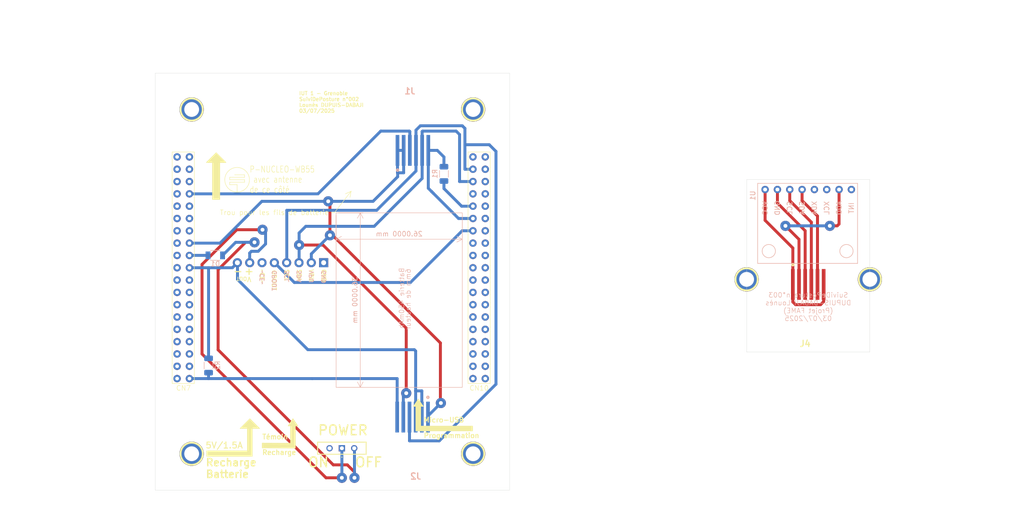
<source format=kicad_pcb>
(kicad_pcb (version 20241229) (generator "pcbnew") (generator_version "9.0")
  (layers (0 "F.Cu" signal) (2 "B.Cu" signal) (13 "F.Paste" user) (15 "B.Paste" user) (5 "F.SilkS" user "F.Silkscreen") (7 "B.SilkS" user "B.Silkscreen") (1 "F.Mask" user) (3 "B.Mask" user) (25 "Edge.Cuts" user))
  (net 0 "")
  (net 1 "/I2C_SCL")
  (net 7 "GND")
  (net 18 "/temoin_connexion_bas")
  (net 25 "+3V3")
  (net 27 "/I2C_SDA")
  (net 45 "GND3")
  (net 46 "/temoin_connexion_haut")
  (net 69 "/INT_LOW_BAT")
  (net 75 "Net-(U1-SDA)")
  (net 76 "Net-(U1-SCL)")
  (net 77 "Net-(U1-VCC)")
  (net 78 "Net-(U1-GND)")
  (net 79 "Net-(U1-ADD)")
  (net 83 "Net-(J3-Pin_7)")
  (net 85 "GND2")
  (net 86 "VBAT")
  (net 88 "Net-(D1-A)")
  (footprint "Module:Nucleo_STM32WB_CN7" (layer "F.Cu") (at 108.811 98.46546)
    (property "Reference" "CN7" (hide yes))
    (property "Value" "~")
    (fp_rect (start -26.416 -28.956) (end -21.844 18.796) (stroke (width 0.1)) (fill no) (layer "F.SilkS"))
    (fp_text user "CN7" (at -25.654 20.32 0) (layer "F.SilkS") (effects (font (thickness 0.1)) (justify left bottom)))
    (pad "1" thru_hole circle (at -25.4 -27.94) (size 1.524 1.524) (drill 0.762) (layers "*.Cu" "*.Mask"))
    (pad "2" thru_hole circle (at -22.86 -27.94) (size 1.524 1.524) (drill 0.762) (layers "*.Cu" "*.Mask"))
    (pad "3" thru_hole circle (at -25.4 -25.4) (size 1.524 1.524) (drill 0.762) (layers "*.Cu" "*.Mask"))
    (pad "4" thru_hole circle (at -22.86 -25.4) (size 1.524 1.524) (drill 0.762) (layers "*.Cu" "*.Mask"))
    (pad "5" thru_hole circle (at -25.4 -22.86) (size 1.524 1.524) (drill 0.762) (layers "*.Cu" "*.Mask"))
    (pad "6" thru_hole circle (at -22.86 -22.86) (size 1.524 1.524) (drill 0.762) (layers "*.Cu" "*.Mask"))
    (pad "7" thru_hole circle (at -25.4 -20.32) (size 1.524 1.524) (drill 0.762) (layers "*.Cu" "*.Mask"))
    (pad "8" thru_hole circle (at -22.86 -20.32) (size 1.524 1.524) (drill 0.762) (layers "*.Cu" "*.Mask") (net 7 "GND"))
    (pad "9" thru_hole circle (at -25.4 -17.78) (size 1.524 1.524) (drill 0.762) (layers "*.Cu" "*.Mask"))
    (pad "10" thru_hole circle (at -22.86 -17.78) (size 1.524 1.524) (drill 0.762) (layers "*.Cu" "*.Mask"))
    (pad "11" thru_hole circle (at -25.4 -15.24) (size 1.524 1.524) (drill 0.762) (layers "*.Cu" "*.Mask"))
    (pad "12" thru_hole circle (at -22.86 -15.24) (size 1.524 1.524) (drill 0.762) (layers "*.Cu" "*.Mask"))
    (pad "13" thru_hole circle (at -25.4 -12.7) (size 1.524 1.524) (drill 0.762) (layers "*.Cu" "*.Mask"))
    (pad "14" thru_hole circle (at -22.86 -12.7) (size 1.524 1.524) (drill 0.762) (layers "*.Cu" "*.Mask"))
    (pad "15" thru_hole circle (at -25.4 -10.16) (size 1.524 1.524) (drill 0.762) (layers "*.Cu" "*.Mask"))
    (pad "16" thru_hole circle (at -22.86 -10.16) (size 1.524 1.524) (drill 0.762) (layers "*.Cu" "*.Mask") (net 25 "+3V3"))
    (pad "17" thru_hole circle (at -25.4 -7.62) (size 1.524 1.524) (drill 0.762) (layers "*.Cu" "*.Mask"))
    (pad "18" thru_hole circle (at -22.86 -7.62) (size 1.524 1.524) (drill 0.762) (layers "*.Cu" "*.Mask") (net 86 "VBAT"))
    (pad "19" thru_hole circle (at -25.4 -5.08) (size 1.524 1.524) (drill 0.762) (layers "*.Cu" "*.Mask"))
    (pad "20" thru_hole circle (at -22.86 -5.08) (size 1.524 1.524) (drill 0.762) (layers "*.Cu" "*.Mask") (net 85 "GND2"))
    (pad "21" thru_hole circle (at -25.4 -2.54) (size 1.524 1.524) (drill 0.762) (layers "*.Cu" "*.Mask"))
    (pad "22" thru_hole circle (at -22.86 -2.54) (size 1.524 1.524) (drill 0.762) (layers "*.Cu" "*.Mask"))
    (pad "23" thru_hole circle (at -25.4 0) (size 1.524 1.524) (drill 0.762) (layers "*.Cu" "*.Mask"))
    (pad "24" thru_hole circle (at -22.86 0) (size 1.524 1.524) (drill 0.762) (layers "*.Cu" "*.Mask"))
    (pad "25" thru_hole circle (at -25.4 2.54) (size 1.524 1.524) (drill 0.762) (layers "*.Cu" "*.Mask"))
    (pad "26" thru_hole circle (at -22.86 2.54) (size 1.524 1.524) (drill 0.762) (layers "*.Cu" "*.Mask"))
    (pad "27" thru_hole circle (at -25.4 5.08) (size 1.524 1.524) (drill 0.762) (layers "*.Cu" "*.Mask"))
    (pad "28" thru_hole circle (at -22.86 5.08) (size 1.524 1.524) (drill 0.762) (layers "*.Cu" "*.Mask"))
    (pad "29" thru_hole circle (at -25.4 7.62) (size 1.524 1.524) (drill 0.762) (layers "*.Cu" "*.Mask"))
    (pad "30" thru_hole circle (at -22.86 7.62) (size 1.524 1.524) (drill 0.762) (layers "*.Cu" "*.Mask"))
    (pad "31" thru_hole circle (at -25.4 10.16) (size 1.524 1.524) (drill 0.762) (layers "*.Cu" "*.Mask"))
    (pad "32" thru_hole circle (at -22.86 10.16) (size 1.524 1.524) (drill 0.762) (layers "*.Cu" "*.Mask"))
    (pad "33" thru_hole circle (at -25.4 12.7) (size 1.524 1.524) (drill 0.762) (layers "*.Cu" "*.Mask"))
    (pad "34" thru_hole circle (at -22.86 12.7) (size 1.524 1.524) (drill 0.762) (layers "*.Cu" "*.Mask"))
    (pad "35" thru_hole circle (at -25.4 15.24) (size 1.524 1.524) (drill 0.762) (layers "*.Cu" "*.Mask"))
    (pad "36" thru_hole circle (at -22.86 15.24) (size 1.524 1.524) (drill 0.762) (layers "*.Cu" "*.Mask"))
    (pad "37" thru_hole circle (at -25.4 17.78) (size 1.524 1.524) (drill 0.762) (layers "*.Cu" "*.Mask"))
    (pad "38" thru_hole circle (at -22.86 17.78) (size 1.524 1.524) (drill 0.762) (layers "*.Cu" "*.Mask") (net 18 "/temoin_connexion_bas"))
  )
  (footprint "Module:Nucleo_STM32WB_CN10" (layer "F.Cu") (at 108.811 98.46546)
    (property "Reference" "CN10" (hide yes))
    (property "Value" "~")
    (fp_rect (start 34.544 -28.956) (end 39.116 18.796) (stroke (width 0.1)) (fill no) (layer "F.SilkS"))
    (fp_text user "CN10" (at 36.83 20.32 0) (layer "F.SilkS") (effects (font (thickness 0.1)) (justify bottom)))
    (pad "1" thru_hole circle (at 35.56 -27.94) (size 1.524 1.524) (drill 0.762) (layers "*.Cu" "*.Mask"))
    (pad "2" thru_hole circle (at 38.1 -27.94) (size 1.524 1.524) (drill 0.762) (layers "*.Cu" "*.Mask"))
    (pad "3" thru_hole circle (at 35.56 -25.4) (size 1.524 1.524) (drill 0.762) (layers "*.Cu" "*.Mask") (net 1 "/I2C_SCL"))
    (pad "4" thru_hole circle (at 38.1 -25.4) (size 1.524 1.524) (drill 0.762) (layers "*.Cu" "*.Mask"))
    (pad "5" thru_hole circle (at 35.56 -22.86) (size 1.524 1.524) (drill 0.762) (layers "*.Cu" "*.Mask") (net 27 "/I2C_SDA"))
    (pad "6" thru_hole circle (at 38.1 -22.86) (size 1.524 1.524) (drill 0.762) (layers "*.Cu" "*.Mask"))
    (pad "7" thru_hole circle (at 35.56 -20.32) (size 1.524 1.524) (drill 0.762) (layers "*.Cu" "*.Mask"))
    (pad "8" thru_hole circle (at 38.1 -20.32) (size 1.524 1.524) (drill 0.762) (layers "*.Cu" "*.Mask"))
    (pad "9" thru_hole circle (at 35.56 -17.78) (size 1.524 1.524) (drill 0.762) (layers "*.Cu" "*.Mask") (net 45 "GND3"))
    (pad "10" thru_hole circle (at 38.1 -17.78) (size 1.524 1.524) (drill 0.762) (layers "*.Cu" "*.Mask"))
    (pad "11" thru_hole circle (at 35.56 -15.24) (size 1.524 1.524) (drill 0.762) (layers "*.Cu" "*.Mask") (net 46 "/temoin_connexion_haut"))
    (pad "12" thru_hole circle (at 38.1 -15.24) (size 1.524 1.524) (drill 0.762) (layers "*.Cu" "*.Mask"))
    (pad "13" thru_hole circle (at 35.56 -12.7) (size 1.524 1.524) (drill 0.762) (layers "*.Cu" "*.Mask") (net 69 "/INT_LOW_BAT"))
    (pad "14" thru_hole circle (at 38.1 -12.7) (size 1.524 1.524) (drill 0.762) (layers "*.Cu" "*.Mask"))
    (pad "15" thru_hole circle (at 35.56 -10.16) (size 1.524 1.524) (drill 0.762) (layers "*.Cu" "*.Mask"))
    (pad "16" thru_hole circle (at 38.1 -10.16) (size 1.524 1.524) (drill 0.762) (layers "*.Cu" "*.Mask"))
    (pad "17" thru_hole circle (at 35.56 -7.62) (size 1.524 1.524) (drill 0.762) (layers "*.Cu" "*.Mask"))
    (pad "18" thru_hole circle (at 38.1 -7.62) (size 1.524 1.524) (drill 0.762) (layers "*.Cu" "*.Mask"))
    (pad "19" thru_hole circle (at 35.56 -5.08) (size 1.524 1.524) (drill 0.762) (layers "*.Cu" "*.Mask"))
    (pad "20" thru_hole circle (at 38.1 -5.08) (size 1.524 1.524) (drill 0.762) (layers "*.Cu" "*.Mask"))
    (pad "21" thru_hole circle (at 35.56 -2.54) (size 1.524 1.524) (drill 0.762) (layers "*.Cu" "*.Mask"))
    (pad "22" thru_hole circle (at 38.1 -2.54) (size 1.524 1.524) (drill 0.762) (layers "*.Cu" "*.Mask"))
    (pad "23" thru_hole circle (at 35.56 0) (size 1.524 1.524) (drill 0.762) (layers "*.Cu" "*.Mask"))
    (pad "24" thru_hole circle (at 38.1 0) (size 1.524 1.524) (drill 0.762) (layers "*.Cu" "*.Mask"))
    (pad "25" thru_hole circle (at 35.56 2.54) (size 1.524 1.524) (drill 0.762) (layers "*.Cu" "*.Mask"))
    (pad "26" thru_hole circle (at 38.1 2.54) (size 1.524 1.524) (drill 0.762) (layers "*.Cu" "*.Mask"))
    (pad "27" thru_hole circle (at 35.56 5.08) (size 1.524 1.524) (drill 0.762) (layers "*.Cu" "*.Mask"))
    (pad "28" thru_hole circle (at 38.1 5.08) (size 1.524 1.524) (drill 0.762) (layers "*.Cu" "*.Mask"))
    (pad "29" thru_hole circle (at 35.56 7.62) (size 1.524 1.524) (drill 0.762) (layers "*.Cu" "*.Mask"))
    (pad "30" thru_hole circle (at 38.1 7.62) (size 1.524 1.524) (drill 0.762) (layers "*.Cu" "*.Mask"))
    (pad "31" thru_hole circle (at 35.56 10.16) (size 1.524 1.524) (drill 0.762) (layers "*.Cu" "*.Mask"))
    (pad "32" thru_hole circle (at 38.1 10.16) (size 1.524 1.524) (drill 0.762) (layers "*.Cu" "*.Mask"))
    (pad "33" thru_hole circle (at 35.56 12.7) (size 1.524 1.524) (drill 0.762) (layers "*.Cu" "*.Mask"))
    (pad "34" thru_hole circle (at 38.1 12.7) (size 1.524 1.524) (drill 0.762) (layers "*.Cu" "*.Mask"))
    (pad "35" thru_hole circle (at 35.56 15.24) (size 1.524 1.524) (drill 0.762) (layers "*.Cu" "*.Mask"))
    (pad "36" thru_hole circle (at 38.1 15.24) (size 1.524 1.524) (drill 0.762) (layers "*.Cu" "*.Mask"))
    (pad "37" thru_hole circle (at 35.56 17.78) (size 1.524 1.524) (drill 0.762) (layers "*.Cu" "*.Mask"))
    (pad "38" thru_hole circle (at 38.1 17.78) (size 1.524 1.524) (drill 0.762) (layers "*.Cu" "*.Mask"))
  )
  (footprint "" (layer "F.Cu") (at 122.395 74.54546)
    (property "Reference" "" (at 0 0 0) (layer "F.SilkS") (effects (font (size 1.27 1.27))))
    (property "Value" "")
    (pad "" np_thru_hole oval (at 0 0 180) (size 8 6) (drill oval 8 6) (layers "*.Cu" "*.Mask"))
  )
  (footprint "IUT_Empreintes20211026:IUT_TrouFixation" (layer "F.Cu") (at 200.76 95.779 -90)
    (property "Reference" "1PIN" (hide yes))
    (property "Value" "P***" (hide yes))
    (fp_circle (center 0 0) (end 0 -2.286) (stroke (width 0.381)) (fill no) (layer "F.SilkS"))
    (pad "" np_thru_hole circle (at 0 0 270) (size 5 5) (drill 3.05) (layers "*.Cu" "*.Mask"))
  )
  (footprint "IUT_Empreintes20211026:IUT_TrouFixation" (layer "F.Cu") (at 86.411 131.74546 -90)
    (property "Reference" "1PIN" (hide yes))
    (property "Value" "P***" (hide yes))
    (fp_circle (center 0 0) (end 0 -2.286) (stroke (width 0.381)) (fill no) (layer "F.SilkS"))
    (pad "" np_thru_hole circle (at 0 0 270) (size 5 5) (drill 3.05) (layers "*.Cu" "*.Mask"))
  )
  (footprint "IUT_Empreintes20211026:IUT_TrouFixation" (layer "F.Cu") (at 226.16 95.779 90)
    (property "Reference" "1PIN" (hide yes))
    (property "Value" "P***" (hide yes))
    (fp_circle (center 0 0) (end 0 -2.286) (stroke (width 0.381)) (fill no) (layer "F.SilkS"))
    (pad "" np_thru_hole circle (at 0 0 90) (size 5 5) (drill 3.05) (layers "*.Cu" "*.Mask"))
  )
  (footprint "IUT_Empreintes20211026:IUT_TrouFixation" (layer "F.Cu") (at 144.411 131.74546)
    (property "Reference" "1PIN" (hide yes))
    (property "Value" "P***" (hide yes))
    (fp_circle (center 0 0) (end 0 -2.286) (stroke (width 0.381)) (fill no) (layer "F.SilkS"))
    (pad "" np_thru_hole circle (at 0 0) (size 5 5) (drill 3.05) (layers "*.Cu" "*.Mask"))
  )
  (footprint "IUT_Empreintes20211026:SIP" (layer "F.Cu") (at 117.367 130.60946 90)
    (property "Reference" "S1" (hide yes))
    (property "Value" "Switch" (hide yes))
    (fp_line (start 1.25 -5) (end 1.25 5) (stroke (width 0.2)) (layer "F.SilkS"))
    (fp_line (start -1.25 -5) (end 1.25 -5) (stroke (width 0.2)) (layer "F.SilkS"))
    (fp_line (start -1.8 0) (end -1.8 0) (stroke (width 0.1)) (layer "F.SilkS"))
    (fp_line (start -1.9 0) (end -1.9 0) (stroke (width 0.1)) (layer "F.SilkS"))
    (fp_line (start 1.25 5) (end -1.25 5) (stroke (width 0.2)) (layer "F.SilkS"))
    (fp_line (start -1.25 5) (end -1.25 -5) (stroke (width 0.2)) (layer "F.SilkS"))
    (fp_arc (start -1.8 0) (mid -1.85 0.05) (end -1.9 0) (stroke (width 0.1)) (layer "F.SilkS"))
    (fp_arc (start -1.9 0) (mid -1.85 -0.05) (end -1.8 0) (stroke (width 0.1)) (layer "F.SilkS"))
    (pad "1" thru_hole rect (at 0 0 90) (size 1.3 1.3) (drill 0.8) (layers "*.Cu" "*.Mask") (net 83 "Net-(J3-Pin_7)"))
    (pad "2" thru_hole circle (at 0 2.54 90) (size 1.3 1.3) (drill 0.8) (layers "*.Cu" "*.Mask") (net 88 "Net-(D1-A)"))
    (pad "3" thru_hole circle (at 0 -2.54 90) (size 1.3 1.3) (drill 0.8) (layers "*.Cu" "*.Mask"))
  )
  (footprint "IUT_Empreintes20211026:IUT_TrouFixation" (layer "F.Cu") (at 144.411 60.74546 90)
    (property "Reference" "1PIN" (hide yes))
    (property "Value" "P***" (hide yes))
    (fp_circle (center 0 0) (end 0 -2.286) (stroke (width 0.381)) (fill no) (layer "F.SilkS"))
    (pad "" np_thru_hole circle (at 0 0 90) (size 5 5) (drill 3.05) (layers "*.Cu" "*.Mask"))
  )
  (footprint "sparkfun:babybattery" (layer "F.Cu") (at 104.1082 107.38116 180)
    (property "Reference" "J3" (hide yes))
    (property "Value" "SparkFun Battery Babysitter" (hide yes))
    (fp_line (start 8.7249 13.1953) (end 7.5819 13.1953) (stroke (width 0.254)) (layer "F.SilkS"))
    (fp_line (start 6.4389 13.1953) (end 5.2959 13.1953) (stroke (width 0.254)) (layer "F.SilkS"))
    (fp_line (start 5.8674 12.6238) (end 5.8674 13.7668) (stroke (width 0.254)) (layer "F.SilkS"))
    (fp_text user "SCL" (at -1.905 13.7795 270) (layer "F.SilkS") (effects (font (size 0.8636 0.8636) (thickness 0.1524)) (justify left)))
    (fp_text user "SDA" (at -4.445 13.7795 270) (layer "F.SilkS") (effects (font (size 0.8636 0.8636) (thickness 0.1524)) (justify left)))
    (fp_text user "~CE~" (at 3.175 13.7795 270) (layer "F.SilkS") (effects (font (size 0.8636 0.8636) (thickness 0.1524)) (justify left)))
    (fp_text user "VPU" (at -6.985 13.7795 270) (layer "F.SilkS") (effects (font (size 0.8636 0.8636) (thickness 0.1524)) (justify left)))
    (fp_text user "V" (at 5.842 12.192 180) (layer "F.SilkS") (effects (font (size 0.97155 0.97155) (thickness 0.17145)) (justify bottom)))
    (fp_text user "GND" (at -9.525 13.7795 270) (layer "F.SilkS") (effects (font (size 0.8636 0.8636) (thickness 0.1524)) (justify left)))
    (fp_text user "OUT" (at 6.223 12.192 180) (layer "F.SilkS") (effects (font (size 0.75565 0.75565) (thickness 0.13335)) (justify left bottom)))
    (fp_text user "GND" (at -9.525 13.5255 90) (layer "B.SilkS") (effects (font (size 0.8636 0.8636) (thickness 0.1524)) (justify left mirror)))
    (fp_text user "SCL" (at -1.905 13.5255 90) (layer "B.SilkS") (effects (font (size 0.8636 0.8636) (thickness 0.1524)) (justify left mirror)))
    (fp_text user "SDA" (at -4.445 13.5255 90) (layer "B.SilkS") (effects (font (size 0.8636 0.8636) (thickness 0.1524)) (justify left mirror)))
    (fp_text user "GPOUT" (at 0.635 13.5255 90) (layer "B.SilkS") (effects (font (size 0.8636 0.8636) (thickness 0.1524)) (justify left mirror)))
    (fp_text user "~CE~" (at 3.175 13.5255 90) (layer "B.SilkS") (effects (font (size 0.8636 0.8636) (thickness 0.1524)) (justify left mirror)))
    (fp_text user "VPU" (at -6.985 13.5255 90) (layer "B.SilkS") (effects (font (size 0.8636 0.8636) (thickness 0.1524)) (justify left mirror)))
    (pad "" np_thru_hole circle (at -14.5796 -14.1732 180) (size 3.302 3.302) (drill 3.302) (layers "*.Cu" "*.Mask"))
    (pad "" np_thru_hole circle (at 13.3604 -14.1732 180) (size 3.302 3.302) (drill 3.302) (layers "*.Cu" "*.Mask"))
    (pad "1" thru_hole rect (at -9.4996 15.0368 270) (size 1.8796 1.8796) (drill 1.016) (layers "*.Cu" "*.Mask"))
    (pad "2" thru_hole circle (at -6.9596 15.0368 270) (size 1.8796 1.8796) (drill 1.016) (layers "*.Cu" "*.Mask") (net 25 "+3V3"))
    (pad "3" thru_hole circle (at -4.4196 15.0368 270) (size 1.8796 1.8796) (drill 1.016) (layers "*.Cu" "*.Mask") (net 27 "/I2C_SDA"))
    (pad "4" thru_hole circle (at -1.8796 15.0368 270) (size 1.8796 1.8796) (drill 1.016) (layers "*.Cu" "*.Mask") (net 1 "/I2C_SCL"))
    (pad "5" thru_hole circle (at 0.6604 15.0368 90) (size 1.8796 1.8796) (drill 1.016) (layers "*.Cu" "*.Mask") (net 69 "/INT_LOW_BAT"))
    (pad "6" thru_hole circle (at 3.2004 15.0368 90) (size 1.8796 1.8796) (drill 1.016) (layers "*.Cu" "*.Mask"))
    (pad "7" thru_hole circle (at 5.7404 15.0368 90) (size 1.8796 1.8796) (drill 1.016) (layers "*.Cu" "*.Mask") (net 83 "Net-(J3-Pin_7)"))
    (pad "8" thru_hole circle (at 8.2804 15.0368 90) (size 1.8796 1.8796) (drill 1.016) (layers "*.Cu" "*.Mask") (net 85 "GND2"))
  )
  (footprint "IUT_Empreintes20211026:IUT_TrouFixation" (layer "F.Cu") (at 86.411 60.74106 180)
    (property "Reference" "1PIN" (hide yes))
    (property "Value" "P***" (hide yes))
    (fp_circle (center 0 0) (end 0 -2.286) (stroke (width 0.381)) (fill no) (layer "F.SilkS"))
    (pad "" np_thru_hole circle (at 0 0 180) (size 5 5) (drill 3.05) (layers "*.Cu" "*.Mask"))
  )
  (footprint "molex:95501-6669" (layer "F.Cu") (at 213.46 107.04946)
    (property "Reference" "J4" (at -0.631 1.994 0) (layer "F.SilkS") (effects (font (size 1.27 1.27) (thickness 0.254))))
    (property "Value" "RJ12 capteur" (hide yes))
    (fp_circle (center -3.154 -14.299) (end -3.154 -14.20708) (stroke (width 0.254)) (fill no) (layer "F.SilkS"))
    (pad "" np_thru_hole circle (at -5.08 0) (size 3.25 3.25) (drill 3.25) (layers "*.Cu" "*.Mask"))
    (pad "" np_thru_hole circle (at 5.08 0) (size 3.25 3.25) (drill 3.25) (layers "*.Cu" "*.Mask"))
    (pad "1" smd rect (at -3.175 -10.225) (size 0.76 6.35) (layers "F.Cu" "F.Mask" "F.Paste") (net 77 "Net-(U1-VCC)"))
    (pad "2" smd rect (at -1.905 -10.225) (size 0.76 6.35) (layers "F.Cu" "F.Mask" "F.Paste") (net 79 "Net-(U1-ADD)"))
    (pad "3" smd rect (at -0.635 -10.225) (size 0.76 6.35) (layers "F.Cu" "F.Mask" "F.Paste") (net 78 "Net-(U1-GND)"))
    (pad "4" smd rect (at 0.635 -10.225) (size 0.76 6.35) (layers "F.Cu" "F.Mask" "F.Paste") (net 76 "Net-(U1-SCL)"))
    (pad "5" smd rect (at 1.905 -10.225) (size 0.76 6.35) (layers "F.Cu" "F.Mask" "F.Paste") (net 75 "Net-(U1-SDA)"))
    (pad "6" smd rect (at 3.175 -10.225) (size 0.76 6.35) (layers "F.Cu" "F.Mask" "F.Paste") (net 77 "Net-(U1-VCC)"))
  )
  (footprint "" (layer "F.Cu") (at 122.395 74.54546)
    (property "Reference" "" (at 0 0 0) (layer "F.SilkS") (effects (font (size 1.27 1.27))))
    (property "Value" "")
    (pad "" np_thru_hole oval (at 0 0 180) (size 8 6) (drill oval 8 6) (layers "*.Cu" "*.Mask"))
  )
  (footprint "Capacitor_SMD:C_1206_3216Metric" (layer "B.Cu") (at 138.395 74.02046 -90)
    (property "Reference" "R1" (at 0 1.85 90) (layer "B.SilkS") (effects (justify mirror)))
    (property "Value" "10k")
    (fp_line (start -0.711252 0.91) (end 0.711252 0.91) (stroke (width 0.12)) (layer "B.SilkS"))
    (fp_line (start -0.711252 -0.91) (end 0.711252 -0.91) (stroke (width 0.12)) (layer "B.SilkS"))
    (pad "1" smd roundrect (at -1.475 0 270) (size 1.15 1.8) (layers "B.Cu" "B.Mask" "B.Paste") (roundrect_rratio 0.217391) (net 46 "/temoin_connexion_haut"))
    (pad "2" smd roundrect (at 1.475 0 270) (size 1.15 1.8) (layers "B.Cu" "B.Mask" "B.Paste") (roundrect_rratio 0.217391) (net 45 "GND3"))
  )
  (footprint "sparkfun:batterie 450mAh" (layer "B.Cu") (at 128.6192 100.30726 -90)
    (property "Reference" "REF**" (hide yes))
    (property "Value" "batterie 450mAh")
    (fp_rect (start 17.746 -13.554) (end -18.254 12.446) (stroke (width 0.1)) (fill no) (layer "B.SilkS"))
    (fp_text user "6mm de hauteur" (at -6.7818 -2.9972 90) (layer "B.SilkS") (effects (font (thickness 0.1)) (justify left bottom mirror)))
    (fp_text user "Batterie 450mAh" (at -6.985 -1.651 90) (layer "B.SilkS") (effects (font (thickness 0.1)) (justify left bottom mirror)))
    (dimension (type aligned) (layer "B.SilkS") (pts (xy 116.1732 82.05326) (xy 116.1732 118.05326)) (height -4.9784) (format (prefix "") (suffix "") (units 3) (units_format 1) (precision 4)) (style (thickness 0.1) (arrow_length 1.27) (text_position_mode 0) (arrow_direction outward) (extension_height 0.58642) (extension_offset 0.5) (keep_text_aligned yes)) (gr_text "36,0000 mm" (at 120.0516 100.05326 90) (layer "B.SilkS") (effects (font (size 1 1) (thickness 0.1)) (justify mirror))))
    (dimension (type aligned) (layer "B.SilkS") (pts (xy 116.1732 82.05326) (xy 142.1732 82.05326)) (height 5.4524) (format (prefix "") (suffix "") (units 3) (units_format 1) (precision 4)) (style (thickness 0.1) (arrow_length 1.27) (text_position_mode 0) (arrow_direction outward) (extension_height 0.58642) (extension_offset 0.5) (keep_text_aligned yes)) (gr_text "26,0000 mm" (at 129.1732 86.40566 0) (layer "B.SilkS") (effects (font (size 1 1) (thickness 0.1)) (justify mirror))))
  )
  (footprint "molex:95501-6669" (layer "B.Cu") (at 131.931 134.40546 180)
    (property "Reference" "J2" (at -0.631 -1.994 0) (layer "B.SilkS") (effects (font (size 1.27 1.27) (thickness 0.254)) (justify mirror)))
    (property "Value" "RJ12 Bas" (hide yes))
    (fp_circle (center -3.154 14.299) (end -3.154 14.20708) (stroke (width 0.254)) (fill no) (layer "B.SilkS"))
    (pad "" np_thru_hole circle (at -5.08 0 180) (size 3.25 3.25) (drill 3.25) (layers "*.Cu" "*.Mask"))
    (pad "" np_thru_hole circle (at 5.08 0 180) (size 3.25 3.25) (drill 3.25) (layers "*.Cu" "*.Mask"))
    (pad "1" smd rect (at -3.175 10.225 180) (size 0.76 6.35) (layers "B.Cu" "B.Mask" "B.Paste") (net 25 "+3V3"))
    (pad "2" smd rect (at -1.905 10.225 180) (size 0.76 6.35) (layers "B.Cu" "B.Mask" "B.Paste") (net 85 "GND2"))
    (pad "3" smd rect (at -0.635 10.225 180) (size 0.76 6.35) (layers "B.Cu" "B.Mask" "B.Paste") (net 85 "GND2"))
    (pad "4" smd rect (at 0.635 10.225 180) (size 0.76 6.35) (layers "B.Cu" "B.Mask" "B.Paste") (net 1 "/I2C_SCL"))
    (pad "5" smd rect (at 1.905 10.225 180) (size 0.76 6.35) (layers "B.Cu" "B.Mask" "B.Paste") (net 27 "/I2C_SDA"))
    (pad "6" smd rect (at 3.175 10.225 180) (size 0.76 6.35) (layers "B.Cu" "B.Mask" "B.Paste") (net 18 "/temoin_connexion_bas"))
  )
  (footprint "usini_sensors:module_mpu6050" (layer "B.Cu") (at 222.35 77.251 -90)
    (property "Reference" "U1" (at 1.27 20.32 90) (layer "B.SilkS") (effects (justify mirror)))
    (property "Value" "module_mpu6050")
    (fp_line (start -1.27 19.304) (end -1.27 -1.27) (stroke (width 0.12)) (layer "B.SilkS"))
    (fp_line (start 15.24 19.304) (end -1.27 19.304) (stroke (width 0.12)) (layer "B.SilkS"))
    (fp_line (start -1.27 -1.27) (end 15.24 -1.27) (stroke (width 0.12)) (layer "B.SilkS"))
    (fp_line (start 15.24 -1.27) (end 15.24 19.304) (stroke (width 0.12)) (layer "B.SilkS"))
    (fp_circle (center 12.7 17.018) (end 13.208 15.748) (stroke (width 0.12)) (fill no) (layer "B.SilkS"))
    (fp_circle (center 12.7 1.016) (end 13.208 -0.254) (stroke (width 0.12)) (fill no) (layer "B.SilkS"))
    (fp_text user "VCC" (at 3.81 17.78 90) (layer "B.SilkS") (effects (justify mirror)))
    (fp_text user "SDA" (at 3.81 10.16 90) (layer "B.SilkS") (effects (justify mirror)))
    (fp_text user "XCL" (at 3.81 5.08 90) (layer "B.SilkS") (effects (justify mirror)))
    (fp_text user "SCL" (at 3.81 12.7 90) (layer "B.SilkS") (effects (justify mirror)))
    (fp_text user "INT" (at 3.81 0 90) (layer "B.SilkS") (effects (justify mirror)))
    (fp_text user "ADD" (at 3.81 2.54 90) (layer "B.SilkS") (effects (justify mirror)))
    (fp_text user "XDA" (at 3.81 7.62 90) (layer "B.SilkS") (effects (justify mirror)))
    (fp_text user "GND" (at 3.81 15.24 90) (layer "B.SilkS") (effects (justify mirror)))
    (pad "1" thru_hole circle (at 0 17.78 270) (size 1.524 1.524) (drill 0.8) (layers "*.Cu" "*.Mask") (net 77 "Net-(U1-VCC)"))
    (pad "2" thru_hole circle (at 0 15.24 270) (size 1.524 1.524) (drill 0.8) (layers "*.Cu" "*.Mask") (net 78 "Net-(U1-GND)"))
    (pad "3" thru_hole circle (at 0 12.7 270) (size 1.524 1.524) (drill 0.8) (layers "*.Cu" "*.Mask") (net 76 "Net-(U1-SCL)"))
    (pad "4" thru_hole circle (at 0 10.16 270) (size 1.524 1.524) (drill 0.8) (layers "*.Cu" "*.Mask") (net 75 "Net-(U1-SDA)"))
    (pad "5" thru_hole circle (at 0 7.62 270) (size 1.524 1.524) (drill 0.8) (layers "*.Cu" "*.Mask"))
    (pad "6" thru_hole circle (at 0 5.08 270) (size 1.524 1.524) (drill 0.8) (layers "*.Cu" "*.Mask"))
    (pad "7" thru_hole circle (at 0 2.54 270) (size 1.524 1.524) (drill 0.8) (layers "*.Cu" "*.Mask") (net 79 "Net-(U1-ADD)"))
    (pad "8" thru_hole circle (at 0 0 270) (size 1.524 1.524) (drill 0.8) (layers "*.Cu" "*.Mask"))
  )
  (footprint "Capacitor_SMD:C_1206_3216Metric" (layer "B.Cu") (at 89.895 113.54546 90)
    (property "Reference" "R2" (at 0 1.85 90) (layer "B.SilkS") (effects (justify mirror)))
    (property "Value" "10k")
    (fp_line (start -0.711252 -0.91) (end 0.711252 -0.91) (stroke (width 0.12)) (layer "B.SilkS"))
    (fp_line (start -0.711252 0.91) (end 0.711252 0.91) (stroke (width 0.12)) (layer "B.SilkS"))
    (pad "1" smd roundrect (at -1.475 0 90) (size 1.15 1.8) (layers "B.Cu" "B.Mask" "B.Paste") (roundrect_rratio 0.217391) (net 18 "/temoin_connexion_bas"))
    (pad "2" smd roundrect (at 1.475 0 90) (size 1.15 1.8) (layers "B.Cu" "B.Mask" "B.Paste") (roundrect_rratio 0.217391) (net 85 "GND2"))
  )
  (footprint "IUT_Empreintes20211026:IUT_Capa_CMS_1206" (layer "B.Cu") (at 91.2812 90.83306)
    (property "Reference" "D1" (at 0 1.75 0) (layer "B.SilkS") (effects (justify mirror)))
    (property "Value" "D")
    (fp_line (start -1 1.02) (end 1 1.02) (stroke (width 0.12)) (layer "B.SilkS"))
    (fp_line (start 1 -1.02) (end -1 -1.02) (stroke (width 0.12)) (layer "B.SilkS"))
    (pad "1" smd rect (at -1.5 0) (size 1 1.6) (layers "B.Cu" "B.Mask" "B.Paste") (net 86 "VBAT"))
    (pad "2" smd rect (at 1.5 0) (size 1 1.6) (layers "B.Cu" "B.Mask" "B.Paste") (net 88 "Net-(D1-A)"))
  )
  (footprint "molex:95501-6669" (layer "B.Cu") (at 131.9974 58.9518)
    (property "Reference" "J1" (at -0.631 -1.994 0) (layer "B.SilkS") (effects (font (size 1.27 1.27) (thickness 0.254)) (justify mirror)))
    (property "Value" "RJ12 Haut" (hide yes))
    (fp_circle (center -3.154 14.299) (end -3.154 14.20708) (stroke (width 0.254)) (fill no) (layer "B.SilkS"))
    (pad "" np_thru_hole circle (at -5.08 0) (size 3.25 3.25) (drill 3.25) (layers "*.Cu" "*.Mask"))
    (pad "" np_thru_hole circle (at 5.08 0) (size 3.25 3.25) (drill 3.25) (layers "*.Cu" "*.Mask"))
    (pad "1" smd rect (at -3.175 10.225) (size 0.76 6.35) (layers "B.Cu" "B.Mask" "B.Paste") (net 25 "+3V3"))
    (pad "2" smd rect (at -1.905 10.225) (size 0.76 6.35) (layers "B.Cu" "B.Mask" "B.Paste") (net 25 "+3V3"))
    (pad "3" smd rect (at -0.635 10.225) (size 0.76 6.35) (layers "B.Cu" "B.Mask" "B.Paste") (net 7 "GND"))
    (pad "4" smd rect (at 0.635 10.225) (size 0.76 6.35) (layers "B.Cu" "B.Mask" "B.Paste") (net 1 "/I2C_SCL"))
    (pad "5" smd rect (at 1.905 10.225) (size 0.76 6.35) (layers "B.Cu" "B.Mask" "B.Paste") (net 27 "/I2C_SDA"))
    (pad "6" smd rect (at 3.175 10.225) (size 0.76 6.35) (layers "B.Cu" "B.Mask" "B.Paste") (net 46 "/temoin_connexion_haut"))
  )
  (gr_poly (pts (xy 132.099 121.97346) (xy 133.115 120.44946) (xy 134.131 121.97346)) (stroke (width 0.1)) (fill yes) (layer "F.SilkS"))
  (gr_poly (pts (xy 132.607 121.97346) (xy 132.607 127.05346) (xy 144.291 127.05346) (xy 144.291 126.03746) (xy 133.623 126.03746) (xy 133.623 121.97346)) (stroke (width 0.1)) (fill yes) (layer "F.SilkS"))
  (gr_line (start 94.253 75.74546) (end 97.301 75.74546) (stroke (width 0.1)) (layer "F.SilkS"))
  (gr_poly (pts (xy 96.371 126.54546) (xy 98.403 124.51346) (xy 100.435 126.54546)) (stroke (width 0.1)) (fill yes) (layer "F.SilkS"))
  (gr_line (start 97.301 74.22146) (end 95.269 74.22146) (stroke (width 0.1)) (layer "F.SilkS"))
  (gr_line (start 95.777 76.25346) (end 94.253 76.25346) (stroke (width 0.1)) (layer "F.SilkS"))
  (gr_poly (pts (xy 89.427 71.68146) (xy 91.459 69.64946) (xy 93.491 71.68146)) (stroke (width 0.1)) (fill yes) (layer "F.SilkS"))
  (gr_poly (pts (xy 97.895 126.54546) (xy 97.895 131.14286) (xy 89.505 131.14286) (xy 89.505 132.28586) (xy 98.911 132.28586) (xy 98.911 126.54546)) (stroke (width 0.1)) (fill yes) (layer "F.SilkS"))
  (gr_poly (pts (xy 106.7752 126.01206) (xy 106.7752 129.56806) (xy 100.9332 129.54266) (xy 100.9332 130.55866) (xy 107.7912 130.58406) (xy 107.7912 126.01206)) (stroke (width 0.1)) (fill yes) (layer "F.SilkS"))
  (gr_line (start 94.253 76.25346) (end 94.253 75.74546) (stroke (width 0.1)) (layer "F.SilkS"))
  (gr_poly (pts (xy 106.2672 126.01206) (xy 107.2832 124.48806) (xy 108.2992 126.01206)) (stroke (width 0.1)) (fill yes) (layer "F.SilkS"))
  (gr_circle (center 95.777 75.23746) (end 93.745 76.76146) (stroke (width 0.1)) (fill no) (layer "F.SilkS"))
  (gr_line (start 97.301 75.23746) (end 94.253 75.23746) (stroke (width 0.1)) (layer "F.SilkS"))
  (gr_line (start 97.301 75.74546) (end 97.301 75.23746) (stroke (width 0.1)) (layer "F.SilkS"))
  (gr_line (start 94.253 75.23746) (end 94.253 74.72946) (stroke (width 0.1)) (layer "F.SilkS"))
  (gr_line (start 94.253 74.72946) (end 97.301 74.72946) (stroke (width 0.1)) (layer "F.SilkS"))
  (gr_line (start 95.777 77.77746) (end 95.777 76.25346) (stroke (width 0.1)) (layer "F.SilkS"))
  (gr_line (start 97.301 74.72946) (end 97.301 74.22146) (stroke (width 0.1)) (layer "F.SilkS"))
  (gr_poly (pts (xy 90.697 71.68146) (xy 90.697 79.30146) (xy 92.221 79.30146) (xy 92.221 71.68146)) (stroke (width 0.1)) (fill yes) (layer "F.SilkS"))
  (gr_line (start 78.911 53.24106) (end 78.911 139.24546) (stroke (width 0.05)) (layer "Edge.Cuts"))
  (gr_line (start 151.911 139.24546) (end 151.911 53.24546) (stroke (width 0.05)) (layer "Edge.Cuts"))
  (gr_line (start 226.16 110.779) (end 226.16 75.219) (stroke (width 0.05)) (layer "Edge.Cuts"))
  (gr_line (start 78.911 139.24546) (end 151.911 139.24546) (stroke (width 0.05)) (layer "Edge.Cuts"))
  (gr_line (start 200.76 110.779) (end 226.16 110.779) (stroke (width 0.05)) (layer "Edge.Cuts"))
  (gr_line (start 200.76 75.219) (end 200.76 110.779) (stroke (width 0.05)) (layer "Edge.Cuts"))
  (gr_line (start 151.911 53.24106) (end 78.911 53.24106) (stroke (width 0.05)) (layer "Edge.Cuts"))
  (gr_line (start 226.16 75.219) (end 200.76 75.219) (stroke (width 0.05)) (layer "Edge.Cuts"))
  (gr_text "Micro-USB\n\nProgrammation" (at 134.131 128.57746 0) (layer "F.SilkS") (effects (font (size 1 1) (thickness 0.2) (bold yes)) (justify left bottom)))
  (gr_text "Témoin\n\nRecharge" (at 100.857 132.05726 0) (layer "F.SilkS") (effects (font (size 1 1) (thickness 0.2) (bold yes)) (justify left bottom)))
  (gr_text "GPOUT" (at 103.395 93.76546 -90) (layer "F.SilkS") (effects (font (size 0.8636 0.8636) (thickness 0.1524)) (justify left)))
  (gr_text "5V/1.5A" (at 89.1748 130.73646 0) (layer "F.SilkS") (effects (font (size 1.25 1.25) (thickness 0.2)) (justify left bottom)))
  (gr_text "ON" (at 110.255 134.67346 0) (layer "F.SilkS") (effects (font (size 2 2) (thickness 0.3)) (justify left bottom)))
  (gr_text "Recharge\nBatterie" (at 89.1748 136.83246 0) (layer "F.SilkS") (effects (font (size 1.5 1.5) (thickness 0.3) (bold yes)) (justify left bottom)))
  (gr_text "P-NUCLEO-WB55\n avec antenne\nde ce côté" (at 98.317 78.03146 0) (layer "F.SilkS") (effects (font (size 1.3 1) (thickness 0.1)) (justify left bottom)))
  (gr_text "POWER" (at 112.287 128.06946 0) (layer "F.SilkS") (effects (font (size 2 2) (thickness 0.3)) (justify left bottom)))
  (gr_text "IUT 1 - Grenoble\nSuiviDePosture n°002\nLounès DUPUIS-DABAJI\n03/07/2025" (at 108.477 61.47066 0) (layer "F.SilkS") (effects (font (size 0.75 0.75) (thickness 0.15) (bold yes)) (justify left bottom)))
  (gr_text "OFF" (at 119.907 134.67346 0) (layer "F.SilkS") (effects (font (size 2 2) (thickness 0.3)) (justify left bottom)))
  (gr_text "SDA" (at 212.19 81.061 90) (layer "B.SilkS") (effects (font (size 1 1)) (justify mirror)))
  (gr_text "SuiviDePosture n°003\nDUPUIS-DABAJI Lounès\n(Projet FAME)\n03/07/2025" (at 213.46 104.429 0) (layer "B.SilkS") (effects (font (size 1 1) (thickness 0.1)) (justify bottom mirror)))
  (dimension (type leader) (layer "F.SilkS") (pts (xy 121.3548 74.93266) (xy 115.843 81.99386)) (format (prefix "") (suffix "") (units 0) (units_format 0) (precision 4) (override_value "Trou pour les fils de batterie")) (style (thickness 0.1) (arrow_length 1.27) (text_position_mode 0) (text_frame 0) (extension_offset 3.4)) (gr_text "Trou pour les fils de batterie" (at 103.4478 81.99386 0) (layer "F.SilkS") (effects (font (size 1 1) (thickness 0.1)))))
  (segment (start 142.7162 64.64566) (end 142.7162 68.006462) (width 0.6) (layer "B.Cu") (net 1))
  (segment (start 137.433 129.08546) (end 131.296 129.08546) (width 0.6) (layer "B.Cu") (net 1))
  (segment (start 132.6324 73.43406) (end 132.6324 69.1768) (width 0.6) (layer "B.Cu") (net 1))
  (segment (start 131.296 129.08546) (end 131.296 124.18046) (width 0.6) (layer "B.Cu") (net 1))
  (segment (start 133.536765 64.1018) (end 142.17234 64.1018) (width 0.6) (layer "B.Cu") (net 1))
  (segment (start 142.7162 73.06546) (end 142.7162 68.006462) (width 0.6) (layer "B.Cu") (net 1))
  (segment (start 124.534 81.53246) (end 132.6324 73.43406) (width 0.6) (layer "B.Cu") (net 1))
  (segment (start 142.7162 73.06546) (end 144.371 73.06546) (width 0.6) (layer "B.Cu") (net 1))
  (segment (start 132.6324 65.006165) (end 133.536765 64.1018) (width 0.6) (layer "B.Cu") (net 1))
  (segment (start 132.6324 69.1768) (end 132.6324 65.006165) (width 0.6) (layer "B.Cu") (net 1))
  (segment (start 147.728002 68.006462) (end 149.117 69.39546) (width 0.6) (layer "B.Cu") (net 1))
  (segment (start 106.0132 92.33166) (end 106.0132 81.53246) (width 0.6) (layer "B.Cu") (net 1))
  (segment (start 142.17234 64.1018) (end 142.7162 64.64566) (width 0.6) (layer "B.Cu") (net 1))
  (segment (start 149.117 69.39546) (end 149.117 117.40146) (width 0.6) (layer "B.Cu") (net 1))
  (segment (start 106.0132 81.53246) (end 124.534 81.53246) (width 0.6) (layer "B.Cu") (net 1))
  (segment (start 149.117 117.40146) (end 137.433 129.08546) (width 0.6) (layer "B.Cu") (net 1))
  (segment (start 142.7162 68.006462) (end 147.728002 68.006462) (width 0.6) (layer "B.Cu") (net 1))
  (segment (start 131.3624 65.2918) (end 131.2724 65.2018) (width 0.6) (layer "B.Cu") (net 7))
  (segment (start 131.2724 65.2018) (end 125.37066 65.2018) (width 0.6) (layer "B.Cu") (net 7))
  (segment (start 131.3624 69.1768) (end 131.3624 65.2918) (width 0.6) (layer "B.Cu") (net 7))
  (segment (start 125.37066 65.2018) (end 112.427 78.14546) (width 0.6) (layer "B.Cu") (net 7))
  (segment (start 85.951 78.14546) (end 112.427 78.14546) (width 0.6) (layer "B.Cu") (net 7))
  (segment (start 128.756 116.24546) (end 111.271 116.24546) (width 0.6) (layer "B.Cu") (net 18))
  (segment (start 89.895 116.24546) (end 85.951 116.24546) (width 0.6) (layer "B.Cu") (net 18))
  (segment (start 111.271 116.24546) (end 89.895 116.24546) (width 0.6) (layer "B.Cu") (net 18))
  (segment (start 128.756 124.18046) (end 128.756 116.24546) (width 0.6) (layer "B.Cu") (net 18))
  (segment (start 89.895 115.02046) (end 89.895 116.24546) (width 0.6) (layer "B.Cu") (net 18))
  (segment (start 114.9032 86.13406) (end 137.6616 108.89246) (width 0.6) (layer "F.Cu") (net 25))
  (segment (start 114.5476 79.68246) (end 114.9032 80.03806) (width 0.6) (layer "F.Cu") (net 25))
  (segment (start 114.9032 80.03806) (end 114.9032 86.13406) (width 0.6) (layer "F.Cu") (net 25))
  (segment (start 137.6616 108.89246) (end 137.6616 121.18606) (width 0.6) (layer "F.Cu") (net 25))
  (segment (start 114.9032 86.13406) (end 114.9032 86.68866) (width 0.6) (layer "F.Cu") (net 25))
  (segment (start 137.6616 121.18606) (end 137.7632 121.28766) (width 0.6) (layer "F.Cu") (net 25))
  (via (at 114.5476 79.68246) (size 2.1) (drill 0.8) (layers "F.Cu" "B.Cu") (net 25))
  (via (at 137.7632 121.28766) (size 2.1) (drill 0.8) (layers "F.Cu" "B.Cu") (net 25))
  (via (at 114.9032 86.68866) (size 2.1) (drill 0.8) (layers "F.Cu" "B.Cu") (net 25))
  (segment (start 128.8224 69.1768) (end 130.0924 69.1768) (width 0.6) (layer "B.Cu") (net 25))
  (segment (start 128.8605 73.80236) (end 128.8224 73.76426) (width 0.6) (layer "B.Cu") (net 25))
  (segment (start 128.8605 73.80236) (end 130.0924 73.80236) (width 0.6) (layer "B.Cu") (net 25))
  (segment (start 135.106 123.94486) (end 137.7632 121.28766) (width 0.6) (layer "B.Cu") (net 25))
  (segment (start 114.9032 86.68866) (end 111.0678 90.52406) (width 0.6) (layer "B.Cu") (net 25))
  (segment (start 123.7932 79.68246) (end 128.8605 74.61516) (width 0.6) (layer "B.Cu") (net 25))
  (segment (start 128.8605 74.61516) (end 128.8605 73.80236) (width 0.6) (layer "B.Cu") (net 25))
  (segment (start 114.5476 79.68246) (end 123.7932 79.68246) (width 0.6) (layer "B.Cu") (net 25))
  (segment (start 100.8824 79.68246) (end 92.2594 88.30546) (width 0.6) (layer "B.Cu") (net 25))
  (segment (start 128.8224 73.76426) (end 128.8224 69.1768) (width 0.6) (layer "B.Cu") (net 25))
  (segment (start 114.5476 79.68246) (end 100.8824 79.68246) (width 0.6) (layer "B.Cu") (net 25))
  (segment (start 135.106 124.18046) (end 135.106 123.94486) (width 0.6) (layer "B.Cu") (net 25))
  (segment (start 92.2594 88.30546) (end 85.951 88.30546) (width 0.6) (layer "B.Cu") (net 25))
  (segment (start 111.0678 90.52406) (end 111.0678 92.34436) (width 0.6) (layer "B.Cu") (net 25))
  (segment (start 130.0924 73.80236) (end 130.0924 69.1768) (width 0.6) (layer "B.Cu") (net 25))
  (segment (start 108.5532 88.69946) (end 113.4806 88.69946) (width 0.6) (layer "F.Cu") (net 27))
  (segment (start 130.6258 105.84466) (end 130.6258 119.25566) (width 0.6) (layer "F.Cu") (net 27))
  (segment (start 113.4806 88.69946) (end 130.6258 105.84466) (width 0.6) (layer "F.Cu") (net 27))
  (via (at 130.6258 119.25566) (size 2.1) (drill 0.8) (layers "F.Cu" "B.Cu") (net 27))
  (via (at 108.5532 88.69946) (size 2.1) (drill 0.8) (layers "F.Cu" "B.Cu") (net 27))
  (segment (start 141.6162 65.90786) (end 141.6162 75.60546) (width 0.6) (layer "B.Cu") (net 27))
  (segment (start 133.9024 69.1768) (end 133.9024 65.2918) (width 0.6) (layer "B.Cu") (net 27))
  (segment (start 133.9024 65.2918) (end 133.9924 65.2018) (width 0.6) (layer "B.Cu") (net 27))
  (segment (start 108.5532 86.21026) (end 109.9248 84.83866) (width 0.6) (layer "B.Cu") (net 27))
  (segment (start 141.6162 75.60546) (end 144.371 75.60546) (width 0.6) (layer "B.Cu") (net 27))
  (segment (start 133.9024 74.95806) (end 133.9024 69.1768) (width 0.6) (layer "B.Cu") (net 27))
  (segment (start 133.9924 65.2018) (end 140.91014 65.2018) (width 0.6) (layer "B.Cu") (net 27))
  (segment (start 124.0218 84.83866) (end 133.9024 74.95806) (width 0.6) (layer "B.Cu") (net 27))
  (segment (start 140.91014 65.2018) (end 141.6162 65.90786) (width 0.6) (layer "B.Cu") (net 27))
  (segment (start 130.026 119.85546) (end 130.6258 119.25566) (width 0.6) (layer "B.Cu") (net 27))
  (segment (start 108.5532 92.33166) (end 108.5532 86.21026) (width 0.6) (layer "B.Cu") (net 27))
  (segment (start 130.026 124.18046) (end 130.026 119.85546) (width 0.6) (layer "B.Cu") (net 27))
  (segment (start 109.9248 84.83866) (end 124.0218 84.83866) (width 0.6) (layer "B.Cu") (net 27))
  (segment (start 144.231 80.82546) (end 144.371 80.68546) (width 0.6) (layer "B.Cu") (net 45))
  (segment (start 142.035 80.68546) (end 144.371 80.68546) (width 0.6) (layer "B.Cu") (net 45))
  (segment (start 138.395 77.04546) (end 142.035 80.68546) (width 0.6) (layer "B.Cu") (net 45))
  (segment (start 138.395 75.49546) (end 138.395 77.04546) (width 0.6) (layer "B.Cu") (net 45))
  (segment (start 137.02634 69.1768) (end 135.1724 69.1768) (width 0.6) (layer "B.Cu") (net 46))
  (segment (start 135.1724 76.99006) (end 135.8114 77.62906) (width 0.6) (layer "B.Cu") (net 46))
  (segment (start 135.1724 69.1768) (end 135.1724 76.99006) (width 0.6) (layer "B.Cu") (net 46))
  (segment (start 141.4078 83.22546) (end 144.371 83.22546) (width 0.6) (layer "B.Cu") (net 46))
  (segment (start 138.395 72.54546) (end 138.395 70.54546) (width 0.6) (layer "B.Cu") (net 46))
  (segment (start 138.395 70.54546) (end 137.02634 69.1768) (width 0.6) (layer "B.Cu") (net 46))
  (segment (start 136.2278 78.04546) (end 135.8114 77.62906) (width 0.6) (layer "B.Cu") (net 46))
  (segment (start 135.8114 77.62906) (end 141.4078 83.22546) (width 0.6) (layer "B.Cu") (net 46))
  (segment (start 107.5626 96.42106) (end 131.4894 96.42106) (width 0.6) (layer "B.Cu") (net 69))
  (segment (start 131.4894 96.42106) (end 142.145 85.76546) (width 0.6) (layer "B.Cu") (net 69))
  (segment (start 103.4732 92.33166) (end 107.5626 96.42106) (width 0.6) (layer "B.Cu") (net 69))
  (segment (start 142.145 85.76546) (end 144.371 85.76546) (width 0.6) (layer "B.Cu") (net 69))
  (segment (start 212.19 79.537) (end 212.19 77.251) (width 0.6) (layer "F.Cu") (net 75))
  (segment (start 215.365 96.82446) (end 215.365 82.712) (width 0.6) (layer "F.Cu") (net 75))
  (segment (start 215.365 82.712) (end 212.19 79.537) (width 0.6) (layer "F.Cu") (net 75))
  (segment (start 209.65 79.537) (end 209.65 77.251) (width 0.6) (layer "F.Cu") (net 76))
  (segment (start 214.095 96.82446) (end 214.095 83.982) (width 0.6) (layer "F.Cu") (net 76))
  (segment (start 214.095 83.982) (end 209.65 79.537) (width 0.6) (layer "F.Cu") (net 76))
  (segment (start 210.845 101) (end 216 101) (width 0.6) (layer "F.Cu") (net 77))
  (segment (start 216 101) (end 216.635 100.365) (width 0.6) (layer "F.Cu") (net 77))
  (segment (start 210.285 96.82446) (end 210.285 89.316) (width 0.6) (layer "F.Cu") (net 77))
  (segment (start 210.285 89.316) (end 204.57 83.601) (width 0.6) (layer "F.Cu") (net 77))
  (segment (start 204.57 83.601) (end 204.57 77.251) (width 0.6) (layer "F.Cu") (net 77))
  (segment (start 216.635 100.365) (end 216.635 96.555) (width 0.6) (layer "F.Cu") (net 77))
  (segment (start 210.285 100.44) (end 210.845 101) (width 0.6) (layer "F.Cu") (net 77))
  (segment (start 210.285 96.555) (end 210.285 100.44) (width 0.6) (layer "F.Cu") (net 77))
  (segment (start 212.825 96.82446) (end 212.825 85.76) (width 0.6) (layer "F.Cu") (net 78))
  (segment (start 212.825 85.76) (end 207.11 80.045) (width 0.6) (layer "F.Cu") (net 78))
  (segment (start 207.11 80.045) (end 207.11 77.251) (width 0.6) (layer "F.Cu") (net 78))
  (segment (start 219.81 84.363) (end 219.81 77.251) (width 0.6) (layer "F.Cu") (net 79))
  (segment (start 219.429 84.744) (end 219.81 84.363) (width 0.6) (layer "F.Cu") (net 79))
  (segment (start 217.905 84.744) (end 219.429 84.744) (width 0.6) (layer "F.Cu") (net 79))
  (segment (start 211.555 87.538) (end 208.761 84.744) (width 0.6) (layer "F.Cu") (net 79))
  (segment (start 211.555 96.82446) (end 211.555 87.538) (width 0.6) (layer "F.Cu") (net 79))
  (via (at 208.761 84.744) (size 2.1) (drill 0.8) (layers "F.Cu" "B.Cu") (net 79))
  (via (at 217.905 84.744) (size 2.1) (drill 0.8) (layers "F.Cu" "B.Cu") (net 79))
  (segment (start 208.761 84.744) (end 217.905 84.744) (width 0.6) (layer "B.Cu") (net 79))
  (segment (start 101.0094 85.54566) (end 95.703816 85.54566) (width 0.6) (layer "F.Cu") (net 83))
  (segment (start 88.5468 111.16186) (end 114.092303 136.707363) (width 0.6) (layer "F.Cu") (net 83))
  (segment (start 88.5468 92.702676) (end 88.5468 111.16186) (width 0.6) (layer "F.Cu") (net 83))
  (segment (start 117.355584 136.70546) (end 117.357487 136.707363) (width 0.6) (layer "F.Cu") (net 83))
  (segment (start 114.092303 136.707363) (end 117.357487 136.707363) (width 0.6) (layer "F.Cu") (net 83))
  (segment (start 95.703816 85.54566) (end 88.5468 92.702676) (width 0.6) (layer "F.Cu") (net 83))
  (via (at 117.357487 136.707363) (size 2.1) (drill 0.8) (layers "F.Cu" "B.Cu") (net 83))
  (via (at 101.0094 85.54566) (size 2.1) (drill 0.8) (layers "F.Cu" "B.Cu") (net 83))
  (segment (start 117.367 136.69785) (end 117.367 130.60946) (width 0.6) (layer "B.Cu") (net 83))
  (segment (start 117.357487 136.707363) (end 117.367 136.69785) (width 0.6) (layer "B.Cu") (net 83))
  (segment (start 101.6444 88.470956) (end 100.124696 89.99066) (width 0.6) (layer "B.Cu") (net 83))
  (segment (start 98.7276 89.99066) (end 98.3678 90.35046) (width 0.6) (layer "B.Cu") (net 83))
  (segment (start 101.0094 85.54566) (end 101.6444 86.18066) (width 0.6) (layer "B.Cu") (net 83))
  (segment (start 101.6444 86.18066) (end 101.6444 88.470956) (width 0.6) (layer "B.Cu") (net 83))
  (segment (start 100.124696 89.99066) (end 98.7276 89.99066) (width 0.6) (layer "B.Cu") (net 83))
  (segment (start 98.3678 90.35046) (end 98.3678 92.34436) (width 0.6) (layer "B.Cu") (net 83))
  (segment (start 132.566 110.561094) (end 132.566 118.77796) (width 0.6) (layer "B.Cu") (net 85))
  (segment (start 94.7994 93.38546) (end 95.8532 92.33166) (width 0.6) (layer "B.Cu") (net 85))
  (segment (start 133.836 124.18046) (end 133.836 118.77796) (width 0.6) (layer "B.Cu") (net 85))
  (segment (start 132.294366 110.28946) (end 132.566 110.561094) (width 0.6) (layer "B.Cu") (net 85))
  (segment (start 110.355 110.28946) (end 132.294366 110.28946) (width 0.6) (layer "B.Cu") (net 85))
  (segment (start 132.566 124.18046) (end 132.566 118.77796) (width 0.6) (layer "B.Cu") (net 85))
  (segment (start 95.8532 95.78766) (end 110.355 110.28946) (width 0.6) (layer "B.Cu") (net 85))
  (segment (start 132.566 118.77796) (end 133.836 118.77796) (width 0.6) (layer "B.Cu") (net 85))
  (segment (start 89.895 112.07046) (end 89.895 93.38546) (width 0.6) (layer "B.Cu") (net 85))
  (segment (start 85.951 93.38546) (end 89.895 93.38546) (width 0.6) (layer "B.Cu") (net 85))
  (segment (start 132.566 124.18046) (end 133.836 124.18046) (width 0.6) (layer "B.Cu") (net 85))
  (segment (start 95.8532 92.33166) (end 95.8532 95.78766) (width 0.6) (layer "B.Cu") (net 85))
  (segment (start 89.895 93.38546) (end 94.7994 93.38546) (width 0.6) (layer "B.Cu") (net 85))
  (segment (start 85.9634 90.83306) (end 85.951 90.84546) (width 0.6) (layer "B.Cu") (net 86))
  (segment (start 89.7812 90.83306) (end 85.9634 90.83306) (width 0.6) (layer "B.Cu") (net 86))
  (segment (start 118.4846 134.03846) (end 119.957489 135.511349) (width 0.6) (layer "F.Cu") (net 88))
  (segment (start 97.510816 88.14066) (end 91.861393 93.790083) (width 0.6) (layer "F.Cu") (net 88))
  (segment (start 99.3584 88.14066) (end 97.510816 88.14066) (width 0.6) (layer "F.Cu") (net 88))
  (segment (start 91.861393 93.790083) (end 91.861393 110.310853) (width 0.6) (layer "F.Cu") (net 88))
  (segment (start 115.589 134.03846) (end 118.4846 134.03846) (width 0.6) (layer "F.Cu") (net 88))
  (segment (start 91.861393 110.310853) (end 115.589 134.03846) (width 0.6) (layer "F.Cu") (net 88))
  (segment (start 119.957489 135.511349) (end 119.957489 136.705422) (width 0.6) (layer "F.Cu") (net 88))
  (via (at 119.957489 136.705422) (size 2.1) (drill 0.8) (layers "F.Cu" "B.Cu") (net 88))
  (via (at 99.3584 88.14066) (size 2.1) (drill 0.8) (layers "F.Cu" "B.Cu") (net 88))
  (segment (start 95.4736 88.14066) (end 99.3584 88.14066) (width 0.6) (layer "B.Cu") (net 88))
  (segment (start 119.9578 136.705111) (end 119.9578 130.66026) (width 0.6) (layer "B.Cu") (net 88))
  (segment (start 119.957489 136.705422) (end 119.9578 136.705111) (width 0.6) (layer "B.Cu") (net 88))
  (segment (start 119.9578 130.66026) (end 119.907 130.60946) (width 0.6) (layer "B.Cu") (net 88))
  (segment (start 92.7812 90.83306) (end 95.4736 88.14066) (width 0.6) (layer "B.Cu") (net 88))
)
</source>
